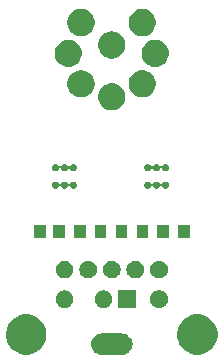
<source format=gts>
G04 #@! TF.GenerationSoftware,KiCad,Pcbnew,(5.1.0)-1*
G04 #@! TF.CreationDate,2019-06-26T15:16:10-04:00*
G04 #@! TF.ProjectId,8 Pin DIN to 9 Pin Mini DIN,38205069-6e20-4444-994e-20746f203920,rev?*
G04 #@! TF.SameCoordinates,Original*
G04 #@! TF.FileFunction,Soldermask,Top*
G04 #@! TF.FilePolarity,Negative*
%FSLAX46Y46*%
G04 Gerber Fmt 4.6, Leading zero omitted, Abs format (unit mm)*
G04 Created by KiCad (PCBNEW (5.1.0)-1) date 2019-06-26 15:16:10*
%MOMM*%
%LPD*%
G04 APERTURE LIST*
%ADD10C,0.100000*%
G04 APERTURE END LIST*
D10*
G36*
X199570443Y-121915519D02*
G01*
X199636627Y-121922037D01*
X199806466Y-121973557D01*
X199962991Y-122057222D01*
X199998729Y-122086552D01*
X200100186Y-122169814D01*
X200183448Y-122271271D01*
X200212778Y-122307009D01*
X200296443Y-122463534D01*
X200347963Y-122633373D01*
X200365359Y-122810000D01*
X200347963Y-122986627D01*
X200296443Y-123156466D01*
X200212778Y-123312991D01*
X200183448Y-123348729D01*
X200100186Y-123450186D01*
X199998729Y-123533448D01*
X199962991Y-123562778D01*
X199806466Y-123646443D01*
X199636627Y-123697963D01*
X199570442Y-123704482D01*
X199504260Y-123711000D01*
X197715740Y-123711000D01*
X197649558Y-123704482D01*
X197583373Y-123697963D01*
X197413534Y-123646443D01*
X197257009Y-123562778D01*
X197221271Y-123533448D01*
X197119814Y-123450186D01*
X197036552Y-123348729D01*
X197007222Y-123312991D01*
X196923557Y-123156466D01*
X196872037Y-122986627D01*
X196854641Y-122810000D01*
X196872037Y-122633373D01*
X196923557Y-122463534D01*
X197007222Y-122307009D01*
X197036552Y-122271271D01*
X197119814Y-122169814D01*
X197221271Y-122086552D01*
X197257009Y-122057222D01*
X197413534Y-121973557D01*
X197583373Y-121922037D01*
X197649557Y-121915519D01*
X197715740Y-121909000D01*
X199504260Y-121909000D01*
X199570443Y-121915519D01*
X199570443Y-121915519D01*
G37*
G36*
X206348496Y-120356675D02*
G01*
X206659513Y-120485503D01*
X206659515Y-120485504D01*
X206939424Y-120672533D01*
X207177467Y-120910576D01*
X207364496Y-121190485D01*
X207364497Y-121190487D01*
X207493325Y-121501504D01*
X207559000Y-121831677D01*
X207559000Y-122168323D01*
X207493325Y-122498496D01*
X207437456Y-122633375D01*
X207364496Y-122809515D01*
X207177467Y-123089424D01*
X206939424Y-123327467D01*
X206659515Y-123514496D01*
X206659514Y-123514497D01*
X206659513Y-123514497D01*
X206348496Y-123643325D01*
X206018323Y-123709000D01*
X205681677Y-123709000D01*
X205351504Y-123643325D01*
X205040487Y-123514497D01*
X205040486Y-123514497D01*
X205040485Y-123514496D01*
X204760576Y-123327467D01*
X204522533Y-123089424D01*
X204335504Y-122809515D01*
X204262544Y-122633375D01*
X204206675Y-122498496D01*
X204141000Y-122168323D01*
X204141000Y-121831677D01*
X204206675Y-121501504D01*
X204335503Y-121190487D01*
X204335504Y-121190485D01*
X204522533Y-120910576D01*
X204760576Y-120672533D01*
X205040485Y-120485504D01*
X205040487Y-120485503D01*
X205351504Y-120356675D01*
X205681677Y-120291000D01*
X206018323Y-120291000D01*
X206348496Y-120356675D01*
X206348496Y-120356675D01*
G37*
G36*
X191848496Y-120356675D02*
G01*
X192159513Y-120485503D01*
X192159515Y-120485504D01*
X192439424Y-120672533D01*
X192677467Y-120910576D01*
X192864496Y-121190485D01*
X192864497Y-121190487D01*
X192993325Y-121501504D01*
X193059000Y-121831677D01*
X193059000Y-122168323D01*
X192993325Y-122498496D01*
X192937456Y-122633375D01*
X192864496Y-122809515D01*
X192677467Y-123089424D01*
X192439424Y-123327467D01*
X192159515Y-123514496D01*
X192159514Y-123514497D01*
X192159513Y-123514497D01*
X191848496Y-123643325D01*
X191518323Y-123709000D01*
X191181677Y-123709000D01*
X190851504Y-123643325D01*
X190540487Y-123514497D01*
X190540486Y-123514497D01*
X190540485Y-123514496D01*
X190260576Y-123327467D01*
X190022533Y-123089424D01*
X189835504Y-122809515D01*
X189762544Y-122633375D01*
X189706675Y-122498496D01*
X189641000Y-122168323D01*
X189641000Y-121831677D01*
X189706675Y-121501504D01*
X189835503Y-121190487D01*
X189835504Y-121190485D01*
X190022533Y-120910576D01*
X190260576Y-120672533D01*
X190540485Y-120485504D01*
X190540487Y-120485503D01*
X190851504Y-120356675D01*
X191181677Y-120291000D01*
X191518323Y-120291000D01*
X191848496Y-120356675D01*
X191848496Y-120356675D01*
G37*
G36*
X198047293Y-118259507D02*
G01*
X198120225Y-118274014D01*
X198177138Y-118297588D01*
X198257626Y-118330927D01*
X198381284Y-118413553D01*
X198486447Y-118518716D01*
X198569073Y-118642374D01*
X198625986Y-118779776D01*
X198655000Y-118925638D01*
X198655000Y-119074362D01*
X198625986Y-119220224D01*
X198569073Y-119357626D01*
X198486447Y-119481284D01*
X198381284Y-119586447D01*
X198257626Y-119669073D01*
X198177138Y-119702412D01*
X198120225Y-119725986D01*
X198047293Y-119740493D01*
X197974362Y-119755000D01*
X197825638Y-119755000D01*
X197752707Y-119740493D01*
X197679775Y-119725986D01*
X197622862Y-119702412D01*
X197542374Y-119669073D01*
X197418716Y-119586447D01*
X197313553Y-119481284D01*
X197230927Y-119357626D01*
X197174014Y-119220224D01*
X197145000Y-119074362D01*
X197145000Y-118925638D01*
X197174014Y-118779776D01*
X197230927Y-118642374D01*
X197313553Y-118518716D01*
X197418716Y-118413553D01*
X197542374Y-118330927D01*
X197622862Y-118297588D01*
X197679775Y-118274014D01*
X197752707Y-118259507D01*
X197825638Y-118245000D01*
X197974362Y-118245000D01*
X198047293Y-118259507D01*
X198047293Y-118259507D01*
G37*
G36*
X194747293Y-118259507D02*
G01*
X194820225Y-118274014D01*
X194877138Y-118297588D01*
X194957626Y-118330927D01*
X195081284Y-118413553D01*
X195186447Y-118518716D01*
X195269073Y-118642374D01*
X195325986Y-118779776D01*
X195355000Y-118925638D01*
X195355000Y-119074362D01*
X195325986Y-119220224D01*
X195269073Y-119357626D01*
X195186447Y-119481284D01*
X195081284Y-119586447D01*
X194957626Y-119669073D01*
X194877138Y-119702412D01*
X194820225Y-119725986D01*
X194747293Y-119740493D01*
X194674362Y-119755000D01*
X194525638Y-119755000D01*
X194452707Y-119740493D01*
X194379775Y-119725986D01*
X194322862Y-119702412D01*
X194242374Y-119669073D01*
X194118716Y-119586447D01*
X194013553Y-119481284D01*
X193930927Y-119357626D01*
X193874014Y-119220224D01*
X193845000Y-119074362D01*
X193845000Y-118925638D01*
X193874014Y-118779776D01*
X193930927Y-118642374D01*
X194013553Y-118518716D01*
X194118716Y-118413553D01*
X194242374Y-118330927D01*
X194322862Y-118297588D01*
X194379775Y-118274014D01*
X194452707Y-118259507D01*
X194525638Y-118245000D01*
X194674362Y-118245000D01*
X194747293Y-118259507D01*
X194747293Y-118259507D01*
G37*
G36*
X200655000Y-119755000D02*
G01*
X199145000Y-119755000D01*
X199145000Y-118245000D01*
X200655000Y-118245000D01*
X200655000Y-119755000D01*
X200655000Y-119755000D01*
G37*
G36*
X202747293Y-118259507D02*
G01*
X202820225Y-118274014D01*
X202877138Y-118297588D01*
X202957626Y-118330927D01*
X203081284Y-118413553D01*
X203186447Y-118518716D01*
X203269073Y-118642374D01*
X203325986Y-118779776D01*
X203355000Y-118925638D01*
X203355000Y-119074362D01*
X203325986Y-119220224D01*
X203269073Y-119357626D01*
X203186447Y-119481284D01*
X203081284Y-119586447D01*
X202957626Y-119669073D01*
X202877138Y-119702412D01*
X202820225Y-119725986D01*
X202747293Y-119740493D01*
X202674362Y-119755000D01*
X202525638Y-119755000D01*
X202452707Y-119740493D01*
X202379775Y-119725986D01*
X202322862Y-119702412D01*
X202242374Y-119669073D01*
X202118716Y-119586447D01*
X202013553Y-119481284D01*
X201930927Y-119357626D01*
X201874014Y-119220224D01*
X201845000Y-119074362D01*
X201845000Y-118925638D01*
X201874014Y-118779776D01*
X201930927Y-118642374D01*
X202013553Y-118518716D01*
X202118716Y-118413553D01*
X202242374Y-118330927D01*
X202322862Y-118297588D01*
X202379775Y-118274014D01*
X202452707Y-118259507D01*
X202525638Y-118245000D01*
X202674362Y-118245000D01*
X202747293Y-118259507D01*
X202747293Y-118259507D01*
G37*
G36*
X194747293Y-115759507D02*
G01*
X194820225Y-115774014D01*
X194877138Y-115797588D01*
X194957626Y-115830927D01*
X195081284Y-115913553D01*
X195186447Y-116018716D01*
X195269073Y-116142374D01*
X195325986Y-116279776D01*
X195355000Y-116425638D01*
X195355000Y-116574362D01*
X195325986Y-116720224D01*
X195269073Y-116857626D01*
X195186447Y-116981284D01*
X195081284Y-117086447D01*
X194957626Y-117169073D01*
X194877138Y-117202412D01*
X194820225Y-117225986D01*
X194747293Y-117240493D01*
X194674362Y-117255000D01*
X194525638Y-117255000D01*
X194452707Y-117240493D01*
X194379775Y-117225986D01*
X194322862Y-117202412D01*
X194242374Y-117169073D01*
X194118716Y-117086447D01*
X194013553Y-116981284D01*
X193930927Y-116857626D01*
X193874014Y-116720224D01*
X193845000Y-116574362D01*
X193845000Y-116425638D01*
X193874014Y-116279776D01*
X193930927Y-116142374D01*
X194013553Y-116018716D01*
X194118716Y-115913553D01*
X194242374Y-115830927D01*
X194322862Y-115797588D01*
X194379775Y-115774014D01*
X194452707Y-115759507D01*
X194525638Y-115745000D01*
X194674362Y-115745000D01*
X194747293Y-115759507D01*
X194747293Y-115759507D01*
G37*
G36*
X196747293Y-115759507D02*
G01*
X196820225Y-115774014D01*
X196877138Y-115797588D01*
X196957626Y-115830927D01*
X197081284Y-115913553D01*
X197186447Y-116018716D01*
X197269073Y-116142374D01*
X197325986Y-116279776D01*
X197355000Y-116425638D01*
X197355000Y-116574362D01*
X197325986Y-116720224D01*
X197269073Y-116857626D01*
X197186447Y-116981284D01*
X197081284Y-117086447D01*
X196957626Y-117169073D01*
X196877138Y-117202412D01*
X196820225Y-117225986D01*
X196747293Y-117240493D01*
X196674362Y-117255000D01*
X196525638Y-117255000D01*
X196452707Y-117240493D01*
X196379775Y-117225986D01*
X196322862Y-117202412D01*
X196242374Y-117169073D01*
X196118716Y-117086447D01*
X196013553Y-116981284D01*
X195930927Y-116857626D01*
X195874014Y-116720224D01*
X195845000Y-116574362D01*
X195845000Y-116425638D01*
X195874014Y-116279776D01*
X195930927Y-116142374D01*
X196013553Y-116018716D01*
X196118716Y-115913553D01*
X196242374Y-115830927D01*
X196322862Y-115797588D01*
X196379775Y-115774014D01*
X196452707Y-115759507D01*
X196525638Y-115745000D01*
X196674362Y-115745000D01*
X196747293Y-115759507D01*
X196747293Y-115759507D01*
G37*
G36*
X200747293Y-115759507D02*
G01*
X200820225Y-115774014D01*
X200877138Y-115797588D01*
X200957626Y-115830927D01*
X201081284Y-115913553D01*
X201186447Y-116018716D01*
X201269073Y-116142374D01*
X201325986Y-116279776D01*
X201355000Y-116425638D01*
X201355000Y-116574362D01*
X201325986Y-116720224D01*
X201269073Y-116857626D01*
X201186447Y-116981284D01*
X201081284Y-117086447D01*
X200957626Y-117169073D01*
X200877138Y-117202412D01*
X200820225Y-117225986D01*
X200747293Y-117240493D01*
X200674362Y-117255000D01*
X200525638Y-117255000D01*
X200452707Y-117240493D01*
X200379775Y-117225986D01*
X200322862Y-117202412D01*
X200242374Y-117169073D01*
X200118716Y-117086447D01*
X200013553Y-116981284D01*
X199930927Y-116857626D01*
X199874014Y-116720224D01*
X199845000Y-116574362D01*
X199845000Y-116425638D01*
X199874014Y-116279776D01*
X199930927Y-116142374D01*
X200013553Y-116018716D01*
X200118716Y-115913553D01*
X200242374Y-115830927D01*
X200322862Y-115797588D01*
X200379775Y-115774014D01*
X200452707Y-115759507D01*
X200525638Y-115745000D01*
X200674362Y-115745000D01*
X200747293Y-115759507D01*
X200747293Y-115759507D01*
G37*
G36*
X198747293Y-115759507D02*
G01*
X198820225Y-115774014D01*
X198877138Y-115797588D01*
X198957626Y-115830927D01*
X199081284Y-115913553D01*
X199186447Y-116018716D01*
X199269073Y-116142374D01*
X199325986Y-116279776D01*
X199355000Y-116425638D01*
X199355000Y-116574362D01*
X199325986Y-116720224D01*
X199269073Y-116857626D01*
X199186447Y-116981284D01*
X199081284Y-117086447D01*
X198957626Y-117169073D01*
X198877138Y-117202412D01*
X198820225Y-117225986D01*
X198747293Y-117240493D01*
X198674362Y-117255000D01*
X198525638Y-117255000D01*
X198452707Y-117240493D01*
X198379775Y-117225986D01*
X198322862Y-117202412D01*
X198242374Y-117169073D01*
X198118716Y-117086447D01*
X198013553Y-116981284D01*
X197930927Y-116857626D01*
X197874014Y-116720224D01*
X197845000Y-116574362D01*
X197845000Y-116425638D01*
X197874014Y-116279776D01*
X197930927Y-116142374D01*
X198013553Y-116018716D01*
X198118716Y-115913553D01*
X198242374Y-115830927D01*
X198322862Y-115797588D01*
X198379775Y-115774014D01*
X198452707Y-115759507D01*
X198525638Y-115745000D01*
X198674362Y-115745000D01*
X198747293Y-115759507D01*
X198747293Y-115759507D01*
G37*
G36*
X202747293Y-115759507D02*
G01*
X202820225Y-115774014D01*
X202877138Y-115797588D01*
X202957626Y-115830927D01*
X203081284Y-115913553D01*
X203186447Y-116018716D01*
X203269073Y-116142374D01*
X203325986Y-116279776D01*
X203355000Y-116425638D01*
X203355000Y-116574362D01*
X203325986Y-116720224D01*
X203269073Y-116857626D01*
X203186447Y-116981284D01*
X203081284Y-117086447D01*
X202957626Y-117169073D01*
X202877138Y-117202412D01*
X202820225Y-117225986D01*
X202747293Y-117240493D01*
X202674362Y-117255000D01*
X202525638Y-117255000D01*
X202452707Y-117240493D01*
X202379775Y-117225986D01*
X202322862Y-117202412D01*
X202242374Y-117169073D01*
X202118716Y-117086447D01*
X202013553Y-116981284D01*
X201930927Y-116857626D01*
X201874014Y-116720224D01*
X201845000Y-116574362D01*
X201845000Y-116425638D01*
X201874014Y-116279776D01*
X201930927Y-116142374D01*
X202013553Y-116018716D01*
X202118716Y-115913553D01*
X202242374Y-115830927D01*
X202322862Y-115797588D01*
X202379775Y-115774014D01*
X202452707Y-115759507D01*
X202525638Y-115745000D01*
X202674362Y-115745000D01*
X202747293Y-115759507D01*
X202747293Y-115759507D01*
G37*
G36*
X196385663Y-113851000D02*
G01*
X195400997Y-113851000D01*
X195400997Y-112749000D01*
X196385663Y-112749000D01*
X196385663Y-113851000D01*
X196385663Y-113851000D01*
G37*
G36*
X192992333Y-113851000D02*
G01*
X192007667Y-113851000D01*
X192007667Y-112749000D01*
X192992333Y-112749000D01*
X192992333Y-113851000D01*
X192992333Y-113851000D01*
G37*
G36*
X205212333Y-113851000D02*
G01*
X204227667Y-113851000D01*
X204227667Y-112749000D01*
X205212333Y-112749000D01*
X205212333Y-113851000D01*
X205212333Y-113851000D01*
G37*
G36*
X203446999Y-113851000D02*
G01*
X202462333Y-113851000D01*
X202462333Y-112749000D01*
X203446999Y-112749000D01*
X203446999Y-113851000D01*
X203446999Y-113851000D01*
G37*
G36*
X201681665Y-113851000D02*
G01*
X200696999Y-113851000D01*
X200696999Y-112749000D01*
X201681665Y-112749000D01*
X201681665Y-113851000D01*
X201681665Y-113851000D01*
G37*
G36*
X199916331Y-113851000D02*
G01*
X198931665Y-113851000D01*
X198931665Y-112749000D01*
X199916331Y-112749000D01*
X199916331Y-113851000D01*
X199916331Y-113851000D01*
G37*
G36*
X198150997Y-113851000D02*
G01*
X197166331Y-113851000D01*
X197166331Y-112749000D01*
X198150997Y-112749000D01*
X198150997Y-113851000D01*
X198150997Y-113851000D01*
G37*
G36*
X194620329Y-113851000D02*
G01*
X193635663Y-113851000D01*
X193635663Y-112749000D01*
X194620329Y-112749000D01*
X194620329Y-113851000D01*
X194620329Y-113851000D01*
G37*
G36*
X201737797Y-109060567D02*
G01*
X201792575Y-109083257D01*
X201792577Y-109083258D01*
X201841876Y-109116198D01*
X201883802Y-109158124D01*
X201916742Y-109207423D01*
X201921067Y-109213896D01*
X201936612Y-109232838D01*
X201955554Y-109248383D01*
X201977165Y-109259934D01*
X202000614Y-109267047D01*
X202025000Y-109269449D01*
X202049386Y-109267047D01*
X202072835Y-109259934D01*
X202094446Y-109248383D01*
X202113388Y-109232838D01*
X202128933Y-109213896D01*
X202133258Y-109207423D01*
X202166198Y-109158124D01*
X202208124Y-109116198D01*
X202257423Y-109083258D01*
X202257425Y-109083257D01*
X202312203Y-109060567D01*
X202370353Y-109049000D01*
X202429647Y-109049000D01*
X202487797Y-109060567D01*
X202542575Y-109083257D01*
X202542577Y-109083258D01*
X202591876Y-109116198D01*
X202633802Y-109158124D01*
X202666742Y-109207423D01*
X202671067Y-109213896D01*
X202686612Y-109232838D01*
X202705554Y-109248383D01*
X202727165Y-109259934D01*
X202750614Y-109267047D01*
X202775000Y-109269449D01*
X202799386Y-109267047D01*
X202822835Y-109259934D01*
X202844446Y-109248383D01*
X202863388Y-109232838D01*
X202878933Y-109213896D01*
X202883258Y-109207423D01*
X202916198Y-109158124D01*
X202958124Y-109116198D01*
X203007423Y-109083258D01*
X203007425Y-109083257D01*
X203062203Y-109060567D01*
X203120353Y-109049000D01*
X203179647Y-109049000D01*
X203237797Y-109060567D01*
X203292575Y-109083257D01*
X203292577Y-109083258D01*
X203341876Y-109116198D01*
X203383802Y-109158124D01*
X203416742Y-109207423D01*
X203416743Y-109207425D01*
X203439433Y-109262203D01*
X203451000Y-109320353D01*
X203451000Y-109379647D01*
X203439433Y-109437797D01*
X203419423Y-109486104D01*
X203416742Y-109492577D01*
X203383802Y-109541876D01*
X203341876Y-109583802D01*
X203292577Y-109616742D01*
X203292576Y-109616743D01*
X203292575Y-109616743D01*
X203237797Y-109639433D01*
X203179647Y-109651000D01*
X203120353Y-109651000D01*
X203062203Y-109639433D01*
X203007425Y-109616743D01*
X203007424Y-109616743D01*
X203007423Y-109616742D01*
X202958124Y-109583802D01*
X202916198Y-109541876D01*
X202883258Y-109492577D01*
X202883257Y-109492575D01*
X202878933Y-109486104D01*
X202863388Y-109467162D01*
X202844446Y-109451617D01*
X202822835Y-109440066D01*
X202799386Y-109432953D01*
X202775000Y-109430551D01*
X202750614Y-109432953D01*
X202727165Y-109440066D01*
X202705554Y-109451617D01*
X202686612Y-109467162D01*
X202671067Y-109486104D01*
X202666743Y-109492575D01*
X202666742Y-109492577D01*
X202633802Y-109541876D01*
X202591876Y-109583802D01*
X202542577Y-109616742D01*
X202542576Y-109616743D01*
X202542575Y-109616743D01*
X202487797Y-109639433D01*
X202429647Y-109651000D01*
X202370353Y-109651000D01*
X202312203Y-109639433D01*
X202257425Y-109616743D01*
X202257424Y-109616743D01*
X202257423Y-109616742D01*
X202208124Y-109583802D01*
X202166198Y-109541876D01*
X202133258Y-109492577D01*
X202133257Y-109492575D01*
X202128933Y-109486104D01*
X202113388Y-109467162D01*
X202094446Y-109451617D01*
X202072835Y-109440066D01*
X202049386Y-109432953D01*
X202025000Y-109430551D01*
X202000614Y-109432953D01*
X201977165Y-109440066D01*
X201955554Y-109451617D01*
X201936612Y-109467162D01*
X201921067Y-109486104D01*
X201916743Y-109492575D01*
X201916742Y-109492577D01*
X201883802Y-109541876D01*
X201841876Y-109583802D01*
X201792577Y-109616742D01*
X201792576Y-109616743D01*
X201792575Y-109616743D01*
X201737797Y-109639433D01*
X201679647Y-109651000D01*
X201620353Y-109651000D01*
X201562203Y-109639433D01*
X201507425Y-109616743D01*
X201507424Y-109616743D01*
X201507423Y-109616742D01*
X201458124Y-109583802D01*
X201416198Y-109541876D01*
X201383258Y-109492577D01*
X201380577Y-109486104D01*
X201360567Y-109437797D01*
X201349000Y-109379647D01*
X201349000Y-109320353D01*
X201360567Y-109262203D01*
X201383257Y-109207425D01*
X201383258Y-109207423D01*
X201416198Y-109158124D01*
X201458124Y-109116198D01*
X201507423Y-109083258D01*
X201507425Y-109083257D01*
X201562203Y-109060567D01*
X201620353Y-109049000D01*
X201679647Y-109049000D01*
X201737797Y-109060567D01*
X201737797Y-109060567D01*
G37*
G36*
X193937797Y-109060567D02*
G01*
X193992575Y-109083257D01*
X193992577Y-109083258D01*
X194041876Y-109116198D01*
X194083802Y-109158124D01*
X194116742Y-109207423D01*
X194121067Y-109213896D01*
X194136612Y-109232838D01*
X194155554Y-109248383D01*
X194177165Y-109259934D01*
X194200614Y-109267047D01*
X194225000Y-109269449D01*
X194249386Y-109267047D01*
X194272835Y-109259934D01*
X194294446Y-109248383D01*
X194313388Y-109232838D01*
X194328933Y-109213896D01*
X194333258Y-109207423D01*
X194366198Y-109158124D01*
X194408124Y-109116198D01*
X194457423Y-109083258D01*
X194457425Y-109083257D01*
X194512203Y-109060567D01*
X194570353Y-109049000D01*
X194629647Y-109049000D01*
X194687797Y-109060567D01*
X194742575Y-109083257D01*
X194742577Y-109083258D01*
X194791876Y-109116198D01*
X194833802Y-109158124D01*
X194866742Y-109207423D01*
X194871067Y-109213896D01*
X194886612Y-109232838D01*
X194905554Y-109248383D01*
X194927165Y-109259934D01*
X194950614Y-109267047D01*
X194975000Y-109269449D01*
X194999386Y-109267047D01*
X195022835Y-109259934D01*
X195044446Y-109248383D01*
X195063388Y-109232838D01*
X195078933Y-109213896D01*
X195083258Y-109207423D01*
X195116198Y-109158124D01*
X195158124Y-109116198D01*
X195207423Y-109083258D01*
X195207425Y-109083257D01*
X195262203Y-109060567D01*
X195320353Y-109049000D01*
X195379647Y-109049000D01*
X195437797Y-109060567D01*
X195492575Y-109083257D01*
X195492577Y-109083258D01*
X195541876Y-109116198D01*
X195583802Y-109158124D01*
X195616742Y-109207423D01*
X195616743Y-109207425D01*
X195639433Y-109262203D01*
X195651000Y-109320353D01*
X195651000Y-109379647D01*
X195639433Y-109437797D01*
X195619423Y-109486104D01*
X195616742Y-109492577D01*
X195583802Y-109541876D01*
X195541876Y-109583802D01*
X195492577Y-109616742D01*
X195492576Y-109616743D01*
X195492575Y-109616743D01*
X195437797Y-109639433D01*
X195379647Y-109651000D01*
X195320353Y-109651000D01*
X195262203Y-109639433D01*
X195207425Y-109616743D01*
X195207424Y-109616743D01*
X195207423Y-109616742D01*
X195158124Y-109583802D01*
X195116198Y-109541876D01*
X195083258Y-109492577D01*
X195083257Y-109492575D01*
X195078933Y-109486104D01*
X195063388Y-109467162D01*
X195044446Y-109451617D01*
X195022835Y-109440066D01*
X194999386Y-109432953D01*
X194975000Y-109430551D01*
X194950614Y-109432953D01*
X194927165Y-109440066D01*
X194905554Y-109451617D01*
X194886612Y-109467162D01*
X194871067Y-109486104D01*
X194866743Y-109492575D01*
X194866742Y-109492577D01*
X194833802Y-109541876D01*
X194791876Y-109583802D01*
X194742577Y-109616742D01*
X194742576Y-109616743D01*
X194742575Y-109616743D01*
X194687797Y-109639433D01*
X194629647Y-109651000D01*
X194570353Y-109651000D01*
X194512203Y-109639433D01*
X194457425Y-109616743D01*
X194457424Y-109616743D01*
X194457423Y-109616742D01*
X194408124Y-109583802D01*
X194366198Y-109541876D01*
X194333258Y-109492577D01*
X194333257Y-109492575D01*
X194328933Y-109486104D01*
X194313388Y-109467162D01*
X194294446Y-109451617D01*
X194272835Y-109440066D01*
X194249386Y-109432953D01*
X194225000Y-109430551D01*
X194200614Y-109432953D01*
X194177165Y-109440066D01*
X194155554Y-109451617D01*
X194136612Y-109467162D01*
X194121067Y-109486104D01*
X194116743Y-109492575D01*
X194116742Y-109492577D01*
X194083802Y-109541876D01*
X194041876Y-109583802D01*
X193992577Y-109616742D01*
X193992576Y-109616743D01*
X193992575Y-109616743D01*
X193937797Y-109639433D01*
X193879647Y-109651000D01*
X193820353Y-109651000D01*
X193762203Y-109639433D01*
X193707425Y-109616743D01*
X193707424Y-109616743D01*
X193707423Y-109616742D01*
X193658124Y-109583802D01*
X193616198Y-109541876D01*
X193583258Y-109492577D01*
X193580577Y-109486104D01*
X193560567Y-109437797D01*
X193549000Y-109379647D01*
X193549000Y-109320353D01*
X193560567Y-109262203D01*
X193583257Y-109207425D01*
X193583258Y-109207423D01*
X193616198Y-109158124D01*
X193658124Y-109116198D01*
X193707423Y-109083258D01*
X193707425Y-109083257D01*
X193762203Y-109060567D01*
X193820353Y-109049000D01*
X193879647Y-109049000D01*
X193937797Y-109060567D01*
X193937797Y-109060567D01*
G37*
G36*
X201737797Y-107560567D02*
G01*
X201792575Y-107583257D01*
X201792577Y-107583258D01*
X201841876Y-107616198D01*
X201883802Y-107658124D01*
X201916742Y-107707423D01*
X201921067Y-107713896D01*
X201936612Y-107732838D01*
X201955554Y-107748383D01*
X201977165Y-107759934D01*
X202000614Y-107767047D01*
X202025000Y-107769449D01*
X202049386Y-107767047D01*
X202072835Y-107759934D01*
X202094446Y-107748383D01*
X202113388Y-107732838D01*
X202128933Y-107713896D01*
X202133258Y-107707423D01*
X202166198Y-107658124D01*
X202208124Y-107616198D01*
X202257423Y-107583258D01*
X202257425Y-107583257D01*
X202312203Y-107560567D01*
X202370353Y-107549000D01*
X202429647Y-107549000D01*
X202487797Y-107560567D01*
X202542575Y-107583257D01*
X202542577Y-107583258D01*
X202591876Y-107616198D01*
X202633802Y-107658124D01*
X202666742Y-107707423D01*
X202671067Y-107713896D01*
X202686612Y-107732838D01*
X202705554Y-107748383D01*
X202727165Y-107759934D01*
X202750614Y-107767047D01*
X202775000Y-107769449D01*
X202799386Y-107767047D01*
X202822835Y-107759934D01*
X202844446Y-107748383D01*
X202863388Y-107732838D01*
X202878933Y-107713896D01*
X202883258Y-107707423D01*
X202916198Y-107658124D01*
X202958124Y-107616198D01*
X203007423Y-107583258D01*
X203007425Y-107583257D01*
X203062203Y-107560567D01*
X203120353Y-107549000D01*
X203179647Y-107549000D01*
X203237797Y-107560567D01*
X203292575Y-107583257D01*
X203292577Y-107583258D01*
X203341876Y-107616198D01*
X203383802Y-107658124D01*
X203416742Y-107707423D01*
X203416743Y-107707425D01*
X203439433Y-107762203D01*
X203451000Y-107820353D01*
X203451000Y-107879647D01*
X203439433Y-107937797D01*
X203419423Y-107986104D01*
X203416742Y-107992577D01*
X203383802Y-108041876D01*
X203341876Y-108083802D01*
X203292577Y-108116742D01*
X203292576Y-108116743D01*
X203292575Y-108116743D01*
X203237797Y-108139433D01*
X203179647Y-108151000D01*
X203120353Y-108151000D01*
X203062203Y-108139433D01*
X203007425Y-108116743D01*
X203007424Y-108116743D01*
X203007423Y-108116742D01*
X202958124Y-108083802D01*
X202916198Y-108041876D01*
X202883258Y-107992577D01*
X202883257Y-107992575D01*
X202878933Y-107986104D01*
X202863388Y-107967162D01*
X202844446Y-107951617D01*
X202822835Y-107940066D01*
X202799386Y-107932953D01*
X202775000Y-107930551D01*
X202750614Y-107932953D01*
X202727165Y-107940066D01*
X202705554Y-107951617D01*
X202686612Y-107967162D01*
X202671067Y-107986104D01*
X202666743Y-107992575D01*
X202666742Y-107992577D01*
X202633802Y-108041876D01*
X202591876Y-108083802D01*
X202542577Y-108116742D01*
X202542576Y-108116743D01*
X202542575Y-108116743D01*
X202487797Y-108139433D01*
X202429647Y-108151000D01*
X202370353Y-108151000D01*
X202312203Y-108139433D01*
X202257425Y-108116743D01*
X202257424Y-108116743D01*
X202257423Y-108116742D01*
X202208124Y-108083802D01*
X202166198Y-108041876D01*
X202133258Y-107992577D01*
X202133257Y-107992575D01*
X202128933Y-107986104D01*
X202113388Y-107967162D01*
X202094446Y-107951617D01*
X202072835Y-107940066D01*
X202049386Y-107932953D01*
X202025000Y-107930551D01*
X202000614Y-107932953D01*
X201977165Y-107940066D01*
X201955554Y-107951617D01*
X201936612Y-107967162D01*
X201921067Y-107986104D01*
X201916743Y-107992575D01*
X201916742Y-107992577D01*
X201883802Y-108041876D01*
X201841876Y-108083802D01*
X201792577Y-108116742D01*
X201792576Y-108116743D01*
X201792575Y-108116743D01*
X201737797Y-108139433D01*
X201679647Y-108151000D01*
X201620353Y-108151000D01*
X201562203Y-108139433D01*
X201507425Y-108116743D01*
X201507424Y-108116743D01*
X201507423Y-108116742D01*
X201458124Y-108083802D01*
X201416198Y-108041876D01*
X201383258Y-107992577D01*
X201380577Y-107986104D01*
X201360567Y-107937797D01*
X201349000Y-107879647D01*
X201349000Y-107820353D01*
X201360567Y-107762203D01*
X201383257Y-107707425D01*
X201383258Y-107707423D01*
X201416198Y-107658124D01*
X201458124Y-107616198D01*
X201507423Y-107583258D01*
X201507425Y-107583257D01*
X201562203Y-107560567D01*
X201620353Y-107549000D01*
X201679647Y-107549000D01*
X201737797Y-107560567D01*
X201737797Y-107560567D01*
G37*
G36*
X193937797Y-107560567D02*
G01*
X193992575Y-107583257D01*
X193992577Y-107583258D01*
X194041876Y-107616198D01*
X194083802Y-107658124D01*
X194116742Y-107707423D01*
X194121067Y-107713896D01*
X194136612Y-107732838D01*
X194155554Y-107748383D01*
X194177165Y-107759934D01*
X194200614Y-107767047D01*
X194225000Y-107769449D01*
X194249386Y-107767047D01*
X194272835Y-107759934D01*
X194294446Y-107748383D01*
X194313388Y-107732838D01*
X194328933Y-107713896D01*
X194333258Y-107707423D01*
X194366198Y-107658124D01*
X194408124Y-107616198D01*
X194457423Y-107583258D01*
X194457425Y-107583257D01*
X194512203Y-107560567D01*
X194570353Y-107549000D01*
X194629647Y-107549000D01*
X194687797Y-107560567D01*
X194742575Y-107583257D01*
X194742577Y-107583258D01*
X194791876Y-107616198D01*
X194833802Y-107658124D01*
X194866742Y-107707423D01*
X194871067Y-107713896D01*
X194886612Y-107732838D01*
X194905554Y-107748383D01*
X194927165Y-107759934D01*
X194950614Y-107767047D01*
X194975000Y-107769449D01*
X194999386Y-107767047D01*
X195022835Y-107759934D01*
X195044446Y-107748383D01*
X195063388Y-107732838D01*
X195078933Y-107713896D01*
X195083258Y-107707423D01*
X195116198Y-107658124D01*
X195158124Y-107616198D01*
X195207423Y-107583258D01*
X195207425Y-107583257D01*
X195262203Y-107560567D01*
X195320353Y-107549000D01*
X195379647Y-107549000D01*
X195437797Y-107560567D01*
X195492575Y-107583257D01*
X195492577Y-107583258D01*
X195541876Y-107616198D01*
X195583802Y-107658124D01*
X195616742Y-107707423D01*
X195616743Y-107707425D01*
X195639433Y-107762203D01*
X195651000Y-107820353D01*
X195651000Y-107879647D01*
X195639433Y-107937797D01*
X195619423Y-107986104D01*
X195616742Y-107992577D01*
X195583802Y-108041876D01*
X195541876Y-108083802D01*
X195492577Y-108116742D01*
X195492576Y-108116743D01*
X195492575Y-108116743D01*
X195437797Y-108139433D01*
X195379647Y-108151000D01*
X195320353Y-108151000D01*
X195262203Y-108139433D01*
X195207425Y-108116743D01*
X195207424Y-108116743D01*
X195207423Y-108116742D01*
X195158124Y-108083802D01*
X195116198Y-108041876D01*
X195083258Y-107992577D01*
X195083257Y-107992575D01*
X195078933Y-107986104D01*
X195063388Y-107967162D01*
X195044446Y-107951617D01*
X195022835Y-107940066D01*
X194999386Y-107932953D01*
X194975000Y-107930551D01*
X194950614Y-107932953D01*
X194927165Y-107940066D01*
X194905554Y-107951617D01*
X194886612Y-107967162D01*
X194871067Y-107986104D01*
X194866743Y-107992575D01*
X194866742Y-107992577D01*
X194833802Y-108041876D01*
X194791876Y-108083802D01*
X194742577Y-108116742D01*
X194742576Y-108116743D01*
X194742575Y-108116743D01*
X194687797Y-108139433D01*
X194629647Y-108151000D01*
X194570353Y-108151000D01*
X194512203Y-108139433D01*
X194457425Y-108116743D01*
X194457424Y-108116743D01*
X194457423Y-108116742D01*
X194408124Y-108083802D01*
X194366198Y-108041876D01*
X194333258Y-107992577D01*
X194333257Y-107992575D01*
X194328933Y-107986104D01*
X194313388Y-107967162D01*
X194294446Y-107951617D01*
X194272835Y-107940066D01*
X194249386Y-107932953D01*
X194225000Y-107930551D01*
X194200614Y-107932953D01*
X194177165Y-107940066D01*
X194155554Y-107951617D01*
X194136612Y-107967162D01*
X194121067Y-107986104D01*
X194116743Y-107992575D01*
X194116742Y-107992577D01*
X194083802Y-108041876D01*
X194041876Y-108083802D01*
X193992577Y-108116742D01*
X193992576Y-108116743D01*
X193992575Y-108116743D01*
X193937797Y-108139433D01*
X193879647Y-108151000D01*
X193820353Y-108151000D01*
X193762203Y-108139433D01*
X193707425Y-108116743D01*
X193707424Y-108116743D01*
X193707423Y-108116742D01*
X193658124Y-108083802D01*
X193616198Y-108041876D01*
X193583258Y-107992577D01*
X193580577Y-107986104D01*
X193560567Y-107937797D01*
X193549000Y-107879647D01*
X193549000Y-107820353D01*
X193560567Y-107762203D01*
X193583257Y-107707425D01*
X193583258Y-107707423D01*
X193616198Y-107658124D01*
X193658124Y-107616198D01*
X193707423Y-107583258D01*
X193707425Y-107583257D01*
X193762203Y-107560567D01*
X193820353Y-107549000D01*
X193879647Y-107549000D01*
X193937797Y-107560567D01*
X193937797Y-107560567D01*
G37*
G36*
X198824549Y-100726116D02*
G01*
X198935734Y-100748232D01*
X199145203Y-100834997D01*
X199333720Y-100960960D01*
X199494040Y-101121280D01*
X199620003Y-101309797D01*
X199706768Y-101519266D01*
X199751000Y-101741636D01*
X199751000Y-101968364D01*
X199706768Y-102190734D01*
X199620003Y-102400203D01*
X199494040Y-102588720D01*
X199333720Y-102749040D01*
X199145203Y-102875003D01*
X198935734Y-102961768D01*
X198824549Y-102983884D01*
X198713365Y-103006000D01*
X198486635Y-103006000D01*
X198375451Y-102983884D01*
X198264266Y-102961768D01*
X198054797Y-102875003D01*
X197866280Y-102749040D01*
X197705960Y-102588720D01*
X197579997Y-102400203D01*
X197493232Y-102190734D01*
X197449000Y-101968364D01*
X197449000Y-101741636D01*
X197493232Y-101519266D01*
X197579997Y-101309797D01*
X197705960Y-101121280D01*
X197866280Y-100960960D01*
X198054797Y-100834997D01*
X198264266Y-100748232D01*
X198375451Y-100726116D01*
X198486635Y-100704000D01*
X198713365Y-100704000D01*
X198824549Y-100726116D01*
X198824549Y-100726116D01*
G37*
G36*
X196225932Y-99649733D02*
G01*
X196337117Y-99671849D01*
X196546586Y-99758614D01*
X196735103Y-99884577D01*
X196895423Y-100044897D01*
X197021386Y-100233414D01*
X197108151Y-100442883D01*
X197152383Y-100665253D01*
X197152383Y-100891981D01*
X197108151Y-101114351D01*
X197021386Y-101323820D01*
X196895423Y-101512337D01*
X196735103Y-101672657D01*
X196546586Y-101798620D01*
X196337117Y-101885385D01*
X196225932Y-101907501D01*
X196114748Y-101929617D01*
X195888018Y-101929617D01*
X195776834Y-101907501D01*
X195665649Y-101885385D01*
X195456180Y-101798620D01*
X195267663Y-101672657D01*
X195107343Y-101512337D01*
X194981380Y-101323820D01*
X194894615Y-101114351D01*
X194850383Y-100891981D01*
X194850383Y-100665253D01*
X194894615Y-100442883D01*
X194981380Y-100233414D01*
X195107343Y-100044897D01*
X195267663Y-99884577D01*
X195456180Y-99758614D01*
X195665649Y-99671849D01*
X195776834Y-99649733D01*
X195888018Y-99627617D01*
X196114748Y-99627617D01*
X196225932Y-99649733D01*
X196225932Y-99649733D01*
G37*
G36*
X201400850Y-99627617D02*
G01*
X201534351Y-99654172D01*
X201743820Y-99740937D01*
X201932337Y-99866900D01*
X202092657Y-100027220D01*
X202218620Y-100215737D01*
X202305385Y-100425206D01*
X202349617Y-100647576D01*
X202349617Y-100874304D01*
X202305385Y-101096674D01*
X202218620Y-101306143D01*
X202092657Y-101494660D01*
X201932337Y-101654980D01*
X201743820Y-101780943D01*
X201534351Y-101867708D01*
X201445482Y-101885385D01*
X201311982Y-101911940D01*
X201085252Y-101911940D01*
X200951752Y-101885385D01*
X200862883Y-101867708D01*
X200653414Y-101780943D01*
X200464897Y-101654980D01*
X200304577Y-101494660D01*
X200178614Y-101306143D01*
X200091849Y-101096674D01*
X200047617Y-100874304D01*
X200047617Y-100647576D01*
X200091849Y-100425206D01*
X200178614Y-100215737D01*
X200304577Y-100027220D01*
X200464897Y-99866900D01*
X200653414Y-99740937D01*
X200862883Y-99654172D01*
X200996384Y-99627617D01*
X201085252Y-99609940D01*
X201311982Y-99609940D01*
X201400850Y-99627617D01*
X201400850Y-99627617D01*
G37*
G36*
X195149549Y-97051116D02*
G01*
X195260734Y-97073232D01*
X195408850Y-97134584D01*
X195432228Y-97144267D01*
X195470203Y-97159997D01*
X195658720Y-97285960D01*
X195819040Y-97446280D01*
X195945003Y-97634797D01*
X196019950Y-97815734D01*
X196031768Y-97844267D01*
X196067759Y-98025203D01*
X196076000Y-98066636D01*
X196076000Y-98293364D01*
X196031768Y-98515734D01*
X195945003Y-98725203D01*
X195819040Y-98913720D01*
X195658720Y-99074040D01*
X195470203Y-99200003D01*
X195260734Y-99286768D01*
X195149549Y-99308884D01*
X195038365Y-99331000D01*
X194811635Y-99331000D01*
X194700451Y-99308884D01*
X194589266Y-99286768D01*
X194379797Y-99200003D01*
X194191280Y-99074040D01*
X194030960Y-98913720D01*
X193904997Y-98725203D01*
X193818232Y-98515734D01*
X193774000Y-98293364D01*
X193774000Y-98066636D01*
X193782242Y-98025203D01*
X193818232Y-97844267D01*
X193830051Y-97815734D01*
X193904997Y-97634797D01*
X194030960Y-97446280D01*
X194191280Y-97285960D01*
X194379797Y-97159997D01*
X194417773Y-97144267D01*
X194441150Y-97134584D01*
X194589266Y-97073232D01*
X194700451Y-97051116D01*
X194811635Y-97029000D01*
X195038365Y-97029000D01*
X195149549Y-97051116D01*
X195149549Y-97051116D01*
G37*
G36*
X202499549Y-97051116D02*
G01*
X202610734Y-97073232D01*
X202758850Y-97134584D01*
X202782228Y-97144267D01*
X202820203Y-97159997D01*
X203008720Y-97285960D01*
X203169040Y-97446280D01*
X203295003Y-97634797D01*
X203369950Y-97815734D01*
X203381768Y-97844267D01*
X203417759Y-98025203D01*
X203426000Y-98066636D01*
X203426000Y-98293364D01*
X203381768Y-98515734D01*
X203295003Y-98725203D01*
X203169040Y-98913720D01*
X203008720Y-99074040D01*
X202820203Y-99200003D01*
X202610734Y-99286768D01*
X202499549Y-99308884D01*
X202388365Y-99331000D01*
X202161635Y-99331000D01*
X202050451Y-99308884D01*
X201939266Y-99286768D01*
X201729797Y-99200003D01*
X201541280Y-99074040D01*
X201380960Y-98913720D01*
X201254997Y-98725203D01*
X201168232Y-98515734D01*
X201124000Y-98293364D01*
X201124000Y-98066636D01*
X201132242Y-98025203D01*
X201168232Y-97844267D01*
X201180051Y-97815734D01*
X201254997Y-97634797D01*
X201380960Y-97446280D01*
X201541280Y-97285960D01*
X201729797Y-97159997D01*
X201767773Y-97144267D01*
X201791150Y-97134584D01*
X201939266Y-97073232D01*
X202050451Y-97051116D01*
X202161635Y-97029000D01*
X202388365Y-97029000D01*
X202499549Y-97051116D01*
X202499549Y-97051116D01*
G37*
G36*
X198824549Y-96351116D02*
G01*
X198935734Y-96373232D01*
X199145203Y-96459997D01*
X199333720Y-96585960D01*
X199494040Y-96746280D01*
X199620003Y-96934797D01*
X199620004Y-96934799D01*
X199706768Y-97144267D01*
X199751000Y-97366635D01*
X199751000Y-97593365D01*
X199742758Y-97634799D01*
X199706768Y-97815734D01*
X199620003Y-98025203D01*
X199494040Y-98213720D01*
X199333720Y-98374040D01*
X199145203Y-98500003D01*
X199145202Y-98500004D01*
X199145201Y-98500004D01*
X199107225Y-98515734D01*
X198935734Y-98586768D01*
X198824549Y-98608884D01*
X198713365Y-98631000D01*
X198486635Y-98631000D01*
X198375451Y-98608884D01*
X198264266Y-98586768D01*
X198092775Y-98515734D01*
X198054799Y-98500004D01*
X198054798Y-98500004D01*
X198054797Y-98500003D01*
X197866280Y-98374040D01*
X197705960Y-98213720D01*
X197579997Y-98025203D01*
X197493232Y-97815734D01*
X197457242Y-97634799D01*
X197449000Y-97593365D01*
X197449000Y-97366635D01*
X197493232Y-97144267D01*
X197579996Y-96934799D01*
X197579997Y-96934797D01*
X197705960Y-96746280D01*
X197866280Y-96585960D01*
X198054797Y-96459997D01*
X198264266Y-96373232D01*
X198375451Y-96351116D01*
X198486635Y-96329000D01*
X198713365Y-96329000D01*
X198824549Y-96351116D01*
X198824549Y-96351116D01*
G37*
G36*
X196225932Y-94452499D02*
G01*
X196337117Y-94474615D01*
X196546586Y-94561380D01*
X196735103Y-94687343D01*
X196895423Y-94847663D01*
X197021386Y-95036180D01*
X197108151Y-95245649D01*
X197152383Y-95468019D01*
X197152383Y-95694747D01*
X197108151Y-95917117D01*
X197021386Y-96126586D01*
X196895423Y-96315103D01*
X196735103Y-96475423D01*
X196546586Y-96601386D01*
X196337117Y-96688151D01*
X196225932Y-96710267D01*
X196114748Y-96732383D01*
X195888018Y-96732383D01*
X195776834Y-96710267D01*
X195665649Y-96688151D01*
X195456180Y-96601386D01*
X195267663Y-96475423D01*
X195107343Y-96315103D01*
X194981380Y-96126586D01*
X194894615Y-95917117D01*
X194850383Y-95694747D01*
X194850383Y-95468019D01*
X194894615Y-95245649D01*
X194981380Y-95036180D01*
X195107343Y-94847663D01*
X195267663Y-94687343D01*
X195456180Y-94561380D01*
X195665649Y-94474615D01*
X195776834Y-94452499D01*
X195888018Y-94430383D01*
X196114748Y-94430383D01*
X196225932Y-94452499D01*
X196225932Y-94452499D01*
G37*
G36*
X201423166Y-94452499D02*
G01*
X201534351Y-94474615D01*
X201743820Y-94561380D01*
X201932337Y-94687343D01*
X202092657Y-94847663D01*
X202218620Y-95036180D01*
X202305385Y-95245649D01*
X202349617Y-95468019D01*
X202349617Y-95694747D01*
X202305385Y-95917117D01*
X202218620Y-96126586D01*
X202092657Y-96315103D01*
X201932337Y-96475423D01*
X201743820Y-96601386D01*
X201534351Y-96688151D01*
X201423166Y-96710267D01*
X201311982Y-96732383D01*
X201085252Y-96732383D01*
X200974068Y-96710267D01*
X200862883Y-96688151D01*
X200653414Y-96601386D01*
X200464897Y-96475423D01*
X200304577Y-96315103D01*
X200178614Y-96126586D01*
X200091849Y-95917117D01*
X200047617Y-95694747D01*
X200047617Y-95468019D01*
X200091849Y-95245649D01*
X200178614Y-95036180D01*
X200304577Y-94847663D01*
X200464897Y-94687343D01*
X200653414Y-94561380D01*
X200862883Y-94474615D01*
X200974068Y-94452499D01*
X201085252Y-94430383D01*
X201311982Y-94430383D01*
X201423166Y-94452499D01*
X201423166Y-94452499D01*
G37*
M02*

</source>
